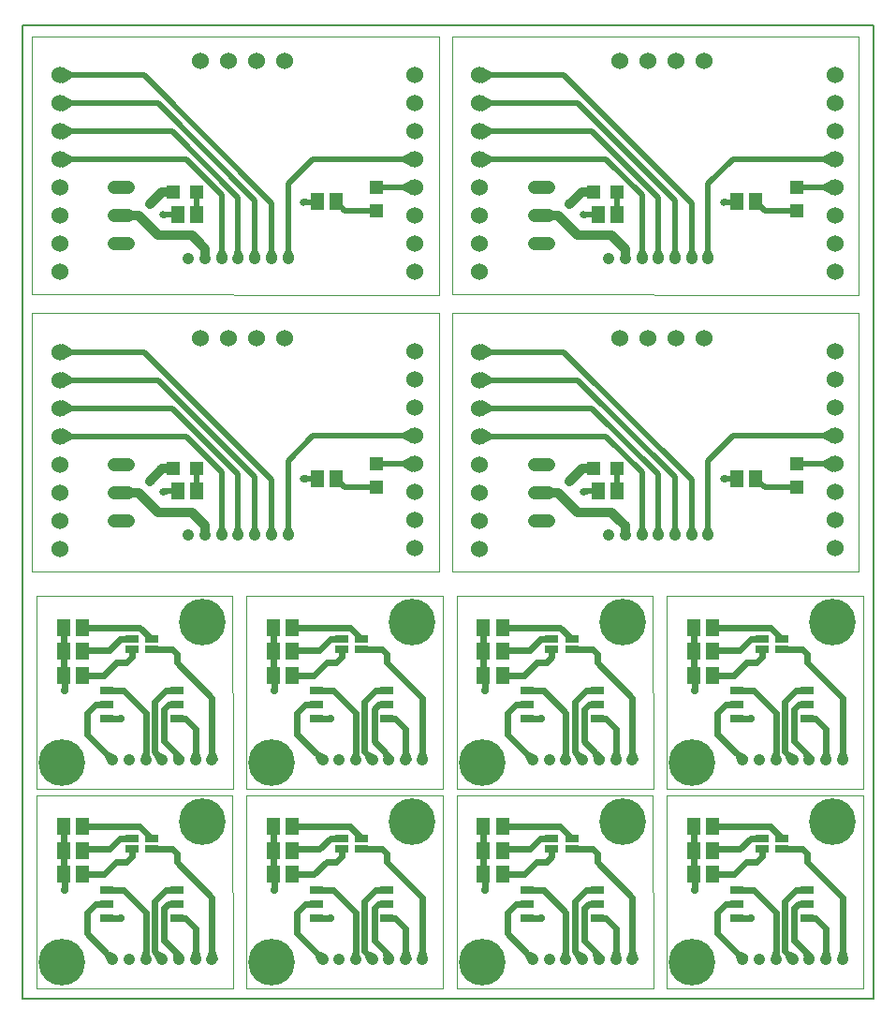
<source format=gtl>
G04 EAGLE Gerber X2 export*
%TF.Part,Single*%
%TF.FileFunction,Other,Top Layer*%
%TF.FilePolarity,Positive*%
%TF.GenerationSoftware,Autodesk,EAGLE,9.1.1*%
%TF.CreationDate,2018-08-10T14:22:37Z*%
G75*
%MOMM*%
%FSLAX34Y34*%
%LPD*%
%AMOC8*
5,1,8,0,0,1.08239X$1,22.5*%
G01*
%ADD10C,0.152400*%
%ADD11C,0.000000*%
%ADD12C,1.050000*%
%ADD13C,1.524000*%
%ADD14R,1.300000X1.500000*%
%ADD15R,1.200000X1.200000*%
%ADD16C,1.219200*%
%ADD17R,1.200000X0.650000*%
%ADD18R,1.270000X0.635000*%
%ADD19C,0.508000*%
%ADD20C,0.812800*%
%ADD21C,0.654800*%
%ADD22C,0.609600*%
%ADD23C,0.704800*%
%ADD24C,4.216000*%


D10*
X0Y100000D02*
X0Y980000D01*
X770000Y980000D01*
X770000Y100000D01*
X0Y100000D01*
D11*
X8908Y736480D02*
X376700Y736226D01*
X376700Y969654D01*
X8908Y969400D01*
X8908Y736480D01*
X388908Y736480D02*
X756700Y736226D01*
X756700Y969654D01*
X388908Y969400D01*
X388908Y736480D01*
X190700Y109500D02*
X12700Y109500D01*
X190700Y109500D02*
X190300Y284000D01*
X12700Y284000D01*
X12700Y109500D01*
X202700Y109500D02*
X380700Y109500D01*
X380300Y284000D01*
X202700Y284000D01*
X202700Y109500D01*
X392700Y109500D02*
X570700Y109500D01*
X570300Y284000D01*
X392700Y284000D01*
X392700Y109500D01*
X582700Y109500D02*
X760700Y109500D01*
X760300Y284000D01*
X582700Y284000D01*
X582700Y109500D01*
X190700Y289500D02*
X12700Y289500D01*
X190700Y289500D02*
X190300Y464000D01*
X12700Y464000D01*
X12700Y289500D01*
X202700Y289500D02*
X380700Y289500D01*
X380300Y464000D01*
X202700Y464000D01*
X202700Y289500D01*
X392700Y289500D02*
X570700Y289500D01*
X570300Y464000D01*
X392700Y464000D01*
X392700Y289500D01*
X582700Y289500D02*
X760700Y289500D01*
X760300Y464000D01*
X582700Y464000D01*
X582700Y289500D01*
X376700Y486226D02*
X8908Y486480D01*
X376700Y486226D02*
X376700Y719654D01*
X8908Y719400D01*
X8908Y486480D01*
X388908Y486480D02*
X756700Y486226D01*
X756700Y719654D01*
X388908Y719400D01*
X388908Y486480D01*
D12*
X150400Y769200D03*
X165400Y769200D03*
X180400Y769200D03*
X195400Y769200D03*
X210400Y769200D03*
X225400Y769200D03*
X240400Y769200D03*
D13*
X237000Y947300D03*
X211600Y947300D03*
X186200Y947300D03*
X160800Y947300D03*
X355110Y757054D03*
X355110Y782454D03*
X355110Y807854D03*
X355110Y833254D03*
X355110Y858654D03*
X355110Y884054D03*
X355110Y909454D03*
X355110Y934854D03*
X33800Y756800D03*
X33800Y782200D03*
X33800Y807600D03*
X33800Y833000D03*
X33800Y858400D03*
X33800Y883800D03*
X33800Y909200D03*
X33800Y934600D03*
D14*
X140616Y808616D03*
X157616Y808616D03*
D15*
X157584Y829444D03*
X136584Y829444D03*
D14*
X266600Y820300D03*
X283600Y820300D03*
D15*
X320058Y812086D03*
X320058Y833086D03*
D16*
X95776Y833000D02*
X83584Y833000D01*
X83584Y807600D02*
X95776Y807600D01*
X95776Y782200D02*
X83584Y782200D01*
D12*
X530400Y769200D03*
X545400Y769200D03*
X560400Y769200D03*
X575400Y769200D03*
X590400Y769200D03*
X605400Y769200D03*
X620400Y769200D03*
D13*
X617000Y947300D03*
X591600Y947300D03*
X566200Y947300D03*
X540800Y947300D03*
X735110Y757054D03*
X735110Y782454D03*
X735110Y807854D03*
X735110Y833254D03*
X735110Y858654D03*
X735110Y884054D03*
X735110Y909454D03*
X735110Y934854D03*
X413800Y756800D03*
X413800Y782200D03*
X413800Y807600D03*
X413800Y833000D03*
X413800Y858400D03*
X413800Y883800D03*
X413800Y909200D03*
X413800Y934600D03*
D14*
X520616Y808616D03*
X537616Y808616D03*
D15*
X537584Y829444D03*
X516584Y829444D03*
D14*
X646600Y820300D03*
X663600Y820300D03*
D15*
X700058Y812086D03*
X700058Y833086D03*
D16*
X475776Y833000D02*
X463584Y833000D01*
X463584Y807600D02*
X475776Y807600D01*
X475776Y782200D02*
X463584Y782200D01*
D12*
X171690Y135870D03*
X156690Y135870D03*
X141690Y135870D03*
X126690Y135870D03*
X111690Y135870D03*
X96690Y135870D03*
X81690Y135870D03*
D17*
X116950Y245060D03*
X98950Y245060D03*
X98950Y235560D03*
X116950Y235560D03*
D14*
X37220Y233960D03*
X54220Y233960D03*
X37220Y212370D03*
X54220Y212370D03*
X37220Y255550D03*
X54220Y255550D03*
D18*
X76200Y198400D03*
X76200Y185700D03*
X76200Y173000D03*
X139700Y173000D03*
X139700Y185700D03*
X139700Y198400D03*
D12*
X361690Y135870D03*
X346690Y135870D03*
X331690Y135870D03*
X316690Y135870D03*
X301690Y135870D03*
X286690Y135870D03*
X271690Y135870D03*
D17*
X306950Y245060D03*
X288950Y245060D03*
X288950Y235560D03*
X306950Y235560D03*
D14*
X227220Y233960D03*
X244220Y233960D03*
X227220Y212370D03*
X244220Y212370D03*
X227220Y255550D03*
X244220Y255550D03*
D18*
X266200Y198400D03*
X266200Y185700D03*
X266200Y173000D03*
X329700Y173000D03*
X329700Y185700D03*
X329700Y198400D03*
D12*
X551690Y135870D03*
X536690Y135870D03*
X521690Y135870D03*
X506690Y135870D03*
X491690Y135870D03*
X476690Y135870D03*
X461690Y135870D03*
D17*
X496950Y245060D03*
X478950Y245060D03*
X478950Y235560D03*
X496950Y235560D03*
D14*
X417220Y233960D03*
X434220Y233960D03*
X417220Y212370D03*
X434220Y212370D03*
X417220Y255550D03*
X434220Y255550D03*
D18*
X456200Y198400D03*
X456200Y185700D03*
X456200Y173000D03*
X519700Y173000D03*
X519700Y185700D03*
X519700Y198400D03*
D12*
X741690Y135870D03*
X726690Y135870D03*
X711690Y135870D03*
X696690Y135870D03*
X681690Y135870D03*
X666690Y135870D03*
X651690Y135870D03*
D17*
X686950Y245060D03*
X668950Y245060D03*
X668950Y235560D03*
X686950Y235560D03*
D14*
X607220Y233960D03*
X624220Y233960D03*
X607220Y212370D03*
X624220Y212370D03*
X607220Y255550D03*
X624220Y255550D03*
D18*
X646200Y198400D03*
X646200Y185700D03*
X646200Y173000D03*
X709700Y173000D03*
X709700Y185700D03*
X709700Y198400D03*
D12*
X171690Y315870D03*
X156690Y315870D03*
X141690Y315870D03*
X126690Y315870D03*
X111690Y315870D03*
X96690Y315870D03*
X81690Y315870D03*
D17*
X116950Y425060D03*
X98950Y425060D03*
X98950Y415560D03*
X116950Y415560D03*
D14*
X37220Y413960D03*
X54220Y413960D03*
X37220Y392370D03*
X54220Y392370D03*
X37220Y435550D03*
X54220Y435550D03*
D18*
X76200Y378400D03*
X76200Y365700D03*
X76200Y353000D03*
X139700Y353000D03*
X139700Y365700D03*
X139700Y378400D03*
D12*
X361690Y315870D03*
X346690Y315870D03*
X331690Y315870D03*
X316690Y315870D03*
X301690Y315870D03*
X286690Y315870D03*
X271690Y315870D03*
D17*
X306950Y425060D03*
X288950Y425060D03*
X288950Y415560D03*
X306950Y415560D03*
D14*
X227220Y413960D03*
X244220Y413960D03*
X227220Y392370D03*
X244220Y392370D03*
X227220Y435550D03*
X244220Y435550D03*
D18*
X266200Y378400D03*
X266200Y365700D03*
X266200Y353000D03*
X329700Y353000D03*
X329700Y365700D03*
X329700Y378400D03*
D12*
X551690Y315870D03*
X536690Y315870D03*
X521690Y315870D03*
X506690Y315870D03*
X491690Y315870D03*
X476690Y315870D03*
X461690Y315870D03*
D17*
X496950Y425060D03*
X478950Y425060D03*
X478950Y415560D03*
X496950Y415560D03*
D14*
X417220Y413960D03*
X434220Y413960D03*
X417220Y392370D03*
X434220Y392370D03*
X417220Y435550D03*
X434220Y435550D03*
D18*
X456200Y378400D03*
X456200Y365700D03*
X456200Y353000D03*
X519700Y353000D03*
X519700Y365700D03*
X519700Y378400D03*
D12*
X741690Y315870D03*
X726690Y315870D03*
X711690Y315870D03*
X696690Y315870D03*
X681690Y315870D03*
X666690Y315870D03*
X651690Y315870D03*
D17*
X686950Y425060D03*
X668950Y425060D03*
X668950Y415560D03*
X686950Y415560D03*
D14*
X607220Y413960D03*
X624220Y413960D03*
X607220Y392370D03*
X624220Y392370D03*
X607220Y435550D03*
X624220Y435550D03*
D18*
X646200Y378400D03*
X646200Y365700D03*
X646200Y353000D03*
X709700Y353000D03*
X709700Y365700D03*
X709700Y378400D03*
D12*
X150400Y519200D03*
X165400Y519200D03*
X180400Y519200D03*
X195400Y519200D03*
X210400Y519200D03*
X225400Y519200D03*
X240400Y519200D03*
D13*
X237000Y697300D03*
X211600Y697300D03*
X186200Y697300D03*
X160800Y697300D03*
X355110Y507054D03*
X355110Y532454D03*
X355110Y557854D03*
X355110Y583254D03*
X355110Y608654D03*
X355110Y634054D03*
X355110Y659454D03*
X355110Y684854D03*
X33800Y506800D03*
X33800Y532200D03*
X33800Y557600D03*
X33800Y583000D03*
X33800Y608400D03*
X33800Y633800D03*
X33800Y659200D03*
X33800Y684600D03*
D14*
X140616Y558616D03*
X157616Y558616D03*
D15*
X157584Y579444D03*
X136584Y579444D03*
D14*
X266600Y570300D03*
X283600Y570300D03*
D15*
X320058Y562086D03*
X320058Y583086D03*
D16*
X95776Y583000D02*
X83584Y583000D01*
X83584Y557600D02*
X95776Y557600D01*
X95776Y532200D02*
X83584Y532200D01*
D12*
X530400Y519200D03*
X545400Y519200D03*
X560400Y519200D03*
X575400Y519200D03*
X590400Y519200D03*
X605400Y519200D03*
X620400Y519200D03*
D13*
X617000Y697300D03*
X591600Y697300D03*
X566200Y697300D03*
X540800Y697300D03*
X735110Y507054D03*
X735110Y532454D03*
X735110Y557854D03*
X735110Y583254D03*
X735110Y608654D03*
X735110Y634054D03*
X735110Y659454D03*
X735110Y684854D03*
X413800Y506800D03*
X413800Y532200D03*
X413800Y557600D03*
X413800Y583000D03*
X413800Y608400D03*
X413800Y633800D03*
X413800Y659200D03*
X413800Y684600D03*
D14*
X520616Y558616D03*
X537616Y558616D03*
D15*
X537584Y579444D03*
X516584Y579444D03*
D14*
X646600Y570300D03*
X663600Y570300D03*
D15*
X700058Y562086D03*
X700058Y583086D03*
D16*
X475776Y583000D02*
X463584Y583000D01*
X463584Y557600D02*
X475776Y557600D01*
X475776Y532200D02*
X463584Y532200D01*
D19*
X43960Y934600D02*
X33800Y934600D01*
X43960Y934600D02*
X110000Y934600D01*
X225400Y819200D02*
X225400Y776200D01*
X225400Y769200D01*
X225400Y819200D02*
X110000Y934600D01*
X225400Y776200D02*
X222901Y770249D01*
X225400Y769200D01*
X227899Y770249D02*
X225400Y776200D01*
X227899Y770249D02*
X225400Y769200D01*
X43960Y934600D02*
X36340Y938999D01*
X33800Y934600D01*
X36340Y930201D02*
X43960Y934600D01*
X36340Y930201D02*
X33800Y934600D01*
X210400Y776200D02*
X210400Y769200D01*
X210400Y776200D02*
X210400Y821500D01*
X122700Y909200D01*
X43960Y909200D01*
X33800Y909200D01*
X210400Y776200D02*
X207901Y770249D01*
X210400Y769200D01*
X212899Y770249D02*
X210400Y776200D01*
X212899Y770249D02*
X210400Y769200D01*
X43960Y909200D02*
X36340Y913599D01*
X33800Y909200D01*
X36340Y904801D02*
X43960Y909200D01*
X36340Y904801D02*
X33800Y909200D01*
X195400Y823800D02*
X195400Y776200D01*
X195400Y769200D01*
X43960Y883800D02*
X33800Y883800D01*
X43960Y883800D02*
X135400Y883800D01*
X195400Y823800D01*
X195400Y776200D02*
X192901Y770249D01*
X195400Y769200D01*
X197899Y770249D02*
X195400Y776200D01*
X197899Y770249D02*
X195400Y769200D01*
X43960Y883800D02*
X36340Y888199D01*
X33800Y883800D01*
X36340Y879401D02*
X43960Y883800D01*
X36340Y879401D02*
X33800Y883800D01*
X240400Y836400D02*
X240400Y776200D01*
X240400Y769200D01*
X344950Y858654D02*
X355110Y858654D01*
X344950Y858654D02*
X262654Y858654D01*
X240400Y836400D01*
X240400Y776200D02*
X237901Y770249D01*
X240400Y769200D01*
X242899Y770249D02*
X240400Y776200D01*
X242899Y770249D02*
X240400Y769200D01*
X344950Y858654D02*
X352570Y854255D01*
X355110Y858654D01*
X352570Y863053D02*
X344950Y858654D01*
X352570Y863053D02*
X355110Y858654D01*
D20*
X136584Y829444D02*
X126764Y829444D01*
X115080Y817760D01*
D21*
X115080Y817760D03*
D19*
X266346Y820046D02*
X266377Y820048D01*
X266407Y820053D01*
X266436Y820063D01*
X266464Y820075D01*
X266490Y820091D01*
X266514Y820110D01*
X266536Y820132D01*
X266555Y820156D01*
X266571Y820182D01*
X266583Y820210D01*
X266593Y820239D01*
X266598Y820269D01*
X266600Y820300D01*
X266346Y820046D02*
X259776Y820046D01*
D21*
X254526Y820046D03*
D19*
X259776Y820046D01*
X140616Y808616D02*
X132262Y808616D01*
X129812Y808616D01*
X127018Y808362D01*
D21*
X127018Y808362D03*
D19*
X254629Y820773D02*
X259776Y820046D01*
X254629Y820773D02*
X254526Y820046D01*
X254629Y819319D02*
X259776Y820046D01*
X254629Y819319D02*
X254526Y820046D01*
X132262Y808616D02*
X127085Y809093D01*
X127018Y808362D01*
X127156Y807641D02*
X132262Y808616D01*
X127156Y807641D02*
X127018Y808362D01*
X320058Y833086D02*
X344951Y833086D01*
X354942Y833086D01*
D22*
X355110Y833254D01*
D19*
X352643Y828813D02*
X344951Y833086D01*
X352643Y828813D02*
X355110Y833254D01*
X352498Y837611D02*
X344951Y833086D01*
X352498Y837611D02*
X355110Y833254D01*
X43960Y858400D02*
X33800Y858400D01*
X43960Y858400D02*
X148100Y858400D01*
X180400Y826100D01*
X180400Y776200D01*
X180400Y769200D01*
X43960Y858400D02*
X36340Y862799D01*
X33800Y858400D01*
X36340Y854001D02*
X43960Y858400D01*
X36340Y854001D02*
X33800Y858400D01*
X180400Y776200D02*
X177901Y770249D01*
X180400Y769200D01*
X182899Y770249D02*
X180400Y776200D01*
X182899Y770249D02*
X180400Y769200D01*
D20*
X165400Y769200D02*
X165400Y777600D01*
X160800Y782200D01*
X153180Y789820D01*
X122700Y789820D01*
X104920Y807600D01*
X89680Y807600D01*
D19*
X157584Y829444D02*
X157616Y829412D01*
X157616Y808616D01*
X283600Y820300D02*
X291814Y812086D01*
X320058Y812086D01*
X413800Y934600D02*
X423960Y934600D01*
X490000Y934600D01*
X605400Y819200D02*
X605400Y776200D01*
X605400Y769200D01*
X605400Y819200D02*
X490000Y934600D01*
X605400Y776200D02*
X602901Y770249D01*
X605400Y769200D01*
X607899Y770249D02*
X605400Y776200D01*
X607899Y770249D02*
X605400Y769200D01*
X423960Y934600D02*
X416340Y938999D01*
X413800Y934600D01*
X416340Y930201D02*
X423960Y934600D01*
X416340Y930201D02*
X413800Y934600D01*
X590400Y776200D02*
X590400Y769200D01*
X590400Y776200D02*
X590400Y821500D01*
X502700Y909200D01*
X423960Y909200D01*
X413800Y909200D01*
X590400Y776200D02*
X587901Y770249D01*
X590400Y769200D01*
X592899Y770249D02*
X590400Y776200D01*
X592899Y770249D02*
X590400Y769200D01*
X423960Y909200D02*
X416340Y913599D01*
X413800Y909200D01*
X416340Y904801D02*
X423960Y909200D01*
X416340Y904801D02*
X413800Y909200D01*
X575400Y823800D02*
X575400Y776200D01*
X575400Y769200D01*
X423960Y883800D02*
X413800Y883800D01*
X423960Y883800D02*
X515400Y883800D01*
X575400Y823800D01*
X575400Y776200D02*
X572901Y770249D01*
X575400Y769200D01*
X577899Y770249D02*
X575400Y776200D01*
X577899Y770249D02*
X575400Y769200D01*
X423960Y883800D02*
X416340Y888199D01*
X413800Y883800D01*
X416340Y879401D02*
X423960Y883800D01*
X416340Y879401D02*
X413800Y883800D01*
X620400Y836400D02*
X620400Y776200D01*
X620400Y769200D01*
X724950Y858654D02*
X735110Y858654D01*
X724950Y858654D02*
X642654Y858654D01*
X620400Y836400D01*
X620400Y776200D02*
X617901Y770249D01*
X620400Y769200D01*
X622899Y770249D02*
X620400Y776200D01*
X622899Y770249D02*
X620400Y769200D01*
X724950Y858654D02*
X732570Y854255D01*
X735110Y858654D01*
X732570Y863053D02*
X724950Y858654D01*
X732570Y863053D02*
X735110Y858654D01*
D20*
X516584Y829444D02*
X506764Y829444D01*
X495080Y817760D01*
D21*
X495080Y817760D03*
D19*
X646346Y820046D02*
X646377Y820048D01*
X646407Y820053D01*
X646436Y820063D01*
X646464Y820075D01*
X646490Y820091D01*
X646514Y820110D01*
X646536Y820132D01*
X646555Y820156D01*
X646571Y820182D01*
X646583Y820210D01*
X646593Y820239D01*
X646598Y820269D01*
X646600Y820300D01*
X646346Y820046D02*
X639776Y820046D01*
D21*
X634526Y820046D03*
D19*
X639776Y820046D01*
X520616Y808616D02*
X512262Y808616D01*
X509812Y808616D01*
X507018Y808362D01*
D21*
X507018Y808362D03*
D19*
X634629Y820773D02*
X639776Y820046D01*
X634629Y820773D02*
X634526Y820046D01*
X634629Y819319D02*
X639776Y820046D01*
X634629Y819319D02*
X634526Y820046D01*
X512262Y808616D02*
X507085Y809093D01*
X507018Y808362D01*
X507156Y807641D02*
X512262Y808616D01*
X507156Y807641D02*
X507018Y808362D01*
X700058Y833086D02*
X724951Y833086D01*
X734942Y833086D01*
D22*
X735110Y833254D01*
D19*
X732643Y828813D02*
X724951Y833086D01*
X732643Y828813D02*
X735110Y833254D01*
X732498Y837611D02*
X724951Y833086D01*
X732498Y837611D02*
X735110Y833254D01*
X423960Y858400D02*
X413800Y858400D01*
X423960Y858400D02*
X528100Y858400D01*
X560400Y826100D01*
X560400Y776200D01*
X560400Y769200D01*
X423960Y858400D02*
X416340Y862799D01*
X413800Y858400D01*
X416340Y854001D02*
X423960Y858400D01*
X416340Y854001D02*
X413800Y858400D01*
X560400Y776200D02*
X557901Y770249D01*
X560400Y769200D01*
X562899Y770249D02*
X560400Y776200D01*
X562899Y770249D02*
X560400Y769200D01*
D20*
X545400Y769200D02*
X545400Y777600D01*
X540800Y782200D01*
X533180Y789820D01*
X502700Y789820D01*
X484920Y807600D01*
X469680Y807600D01*
D19*
X537584Y829444D02*
X537616Y829412D01*
X537616Y808616D01*
X663600Y820300D02*
X671814Y812086D01*
X700058Y812086D01*
D22*
X147320Y173000D02*
X139700Y173000D01*
X156690Y163630D02*
X156690Y142870D01*
X156690Y135870D01*
X156690Y163630D02*
X147320Y173000D01*
X156690Y142870D02*
X154600Y136563D01*
X156690Y135870D01*
X158780Y136563D02*
X156690Y142870D01*
X158780Y136563D02*
X156690Y135870D01*
X139700Y185700D02*
X132080Y185700D01*
X128270Y181890D01*
X128270Y152680D01*
X138735Y142216D01*
X141690Y139260D01*
X141690Y135870D01*
X139503Y135615D02*
X138735Y142216D01*
X139503Y135615D02*
X141690Y135870D01*
X143292Y137380D02*
X138735Y142216D01*
X143292Y137380D02*
X141690Y135870D01*
X126690Y135870D02*
X121740Y140820D01*
X119380Y143180D01*
X119380Y188240D01*
X129540Y198400D01*
X139700Y198400D01*
X121740Y140820D02*
X124722Y134882D01*
X126690Y135870D01*
X127678Y137838D02*
X121740Y140820D01*
X127678Y137838D02*
X126690Y135870D01*
X91440Y198400D02*
X76200Y198400D01*
X111690Y178150D02*
X111690Y142870D01*
X111690Y135870D01*
X111690Y178150D02*
X91440Y198400D01*
X111690Y142870D02*
X109600Y136563D01*
X111690Y135870D01*
X171690Y135870D02*
X171690Y142870D01*
X171690Y191810D01*
X139700Y223800D02*
X139700Y231420D01*
X135560Y235560D01*
X116950Y235560D01*
X139700Y223800D02*
X171690Y191810D01*
X171690Y142870D02*
X169600Y136563D01*
X171690Y135870D01*
X173780Y136563D02*
X171690Y142870D01*
X173780Y136563D02*
X171690Y135870D01*
X81690Y135870D02*
X76740Y140820D01*
X58420Y159140D01*
X66040Y185700D02*
X76200Y185700D01*
X58420Y178080D02*
X58420Y159140D01*
X58420Y178080D02*
X66040Y185700D01*
X76740Y140820D02*
X79722Y134882D01*
X81690Y135870D01*
X82678Y137838D02*
X76740Y140820D01*
X82678Y137838D02*
X81690Y135870D01*
X76200Y173000D02*
X88900Y173000D01*
D23*
X88900Y173000D03*
D22*
X37220Y212370D02*
X37220Y233960D01*
X37220Y255550D01*
X37220Y212370D02*
X38100Y211490D01*
X38100Y198400D01*
D23*
X38100Y198400D03*
D22*
X88570Y245060D02*
X98950Y245060D01*
X88570Y245060D02*
X78740Y235230D01*
X55490Y235230D01*
X54220Y233960D01*
X54220Y212370D02*
X73660Y212370D01*
X85090Y223800D02*
X93980Y223800D01*
X98950Y228770D01*
X98950Y235560D01*
X85090Y223800D02*
X73660Y212370D01*
X106460Y255550D02*
X116950Y245060D01*
X106460Y255550D02*
X54220Y255550D01*
D24*
X35806Y133366D03*
X162806Y260366D03*
D22*
X329700Y173000D02*
X337320Y173000D01*
X346690Y163630D02*
X346690Y142870D01*
X346690Y135870D01*
X346690Y163630D02*
X337320Y173000D01*
X346690Y142870D02*
X344600Y136563D01*
X346690Y135870D01*
X348780Y136563D02*
X346690Y142870D01*
X348780Y136563D02*
X346690Y135870D01*
X329700Y185700D02*
X322080Y185700D01*
X318270Y181890D01*
X318270Y152680D01*
X328735Y142216D01*
X331690Y139260D01*
X331690Y135870D01*
X329503Y135615D02*
X328735Y142216D01*
X329503Y135615D02*
X331690Y135870D01*
X333292Y137380D02*
X328735Y142216D01*
X333292Y137380D02*
X331690Y135870D01*
X316690Y135870D02*
X311740Y140820D01*
X309380Y143180D01*
X309380Y188240D01*
X319540Y198400D01*
X329700Y198400D01*
X311740Y140820D02*
X314722Y134882D01*
X316690Y135870D01*
X317678Y137838D02*
X311740Y140820D01*
X317678Y137838D02*
X316690Y135870D01*
X281440Y198400D02*
X266200Y198400D01*
X301690Y178150D02*
X301690Y142870D01*
X301690Y135870D01*
X301690Y178150D02*
X281440Y198400D01*
X301690Y142870D02*
X299600Y136563D01*
X301690Y135870D01*
X361690Y135870D02*
X361690Y142870D01*
X361690Y191810D01*
X329700Y223800D02*
X329700Y231420D01*
X325560Y235560D01*
X306950Y235560D01*
X329700Y223800D02*
X361690Y191810D01*
X361690Y142870D02*
X359600Y136563D01*
X361690Y135870D01*
X363780Y136563D02*
X361690Y142870D01*
X363780Y136563D02*
X361690Y135870D01*
X271690Y135870D02*
X266740Y140820D01*
X248420Y159140D01*
X256040Y185700D02*
X266200Y185700D01*
X248420Y178080D02*
X248420Y159140D01*
X248420Y178080D02*
X256040Y185700D01*
X266740Y140820D02*
X269722Y134882D01*
X271690Y135870D01*
X272678Y137838D02*
X266740Y140820D01*
X272678Y137838D02*
X271690Y135870D01*
X266200Y173000D02*
X278900Y173000D01*
D23*
X278900Y173000D03*
D22*
X227220Y212370D02*
X227220Y233960D01*
X227220Y255550D01*
X227220Y212370D02*
X228100Y211490D01*
X228100Y198400D01*
D23*
X228100Y198400D03*
D22*
X278570Y245060D02*
X288950Y245060D01*
X278570Y245060D02*
X268740Y235230D01*
X245490Y235230D01*
X244220Y233960D01*
X244220Y212370D02*
X263660Y212370D01*
X275090Y223800D02*
X283980Y223800D01*
X288950Y228770D01*
X288950Y235560D01*
X275090Y223800D02*
X263660Y212370D01*
X296460Y255550D02*
X306950Y245060D01*
X296460Y255550D02*
X244220Y255550D01*
D24*
X225806Y133366D03*
X352806Y260366D03*
D22*
X519700Y173000D02*
X527320Y173000D01*
X536690Y163630D02*
X536690Y142870D01*
X536690Y135870D01*
X536690Y163630D02*
X527320Y173000D01*
X536690Y142870D02*
X534600Y136563D01*
X536690Y135870D01*
X538780Y136563D02*
X536690Y142870D01*
X538780Y136563D02*
X536690Y135870D01*
X519700Y185700D02*
X512080Y185700D01*
X508270Y181890D01*
X508270Y152680D01*
X518735Y142216D01*
X521690Y139260D01*
X521690Y135870D01*
X519503Y135615D02*
X518735Y142216D01*
X519503Y135615D02*
X521690Y135870D01*
X523292Y137380D02*
X518735Y142216D01*
X523292Y137380D02*
X521690Y135870D01*
X506690Y135870D02*
X501740Y140820D01*
X499380Y143180D01*
X499380Y188240D01*
X509540Y198400D01*
X519700Y198400D01*
X501740Y140820D02*
X504722Y134882D01*
X506690Y135870D01*
X507678Y137838D02*
X501740Y140820D01*
X507678Y137838D02*
X506690Y135870D01*
X471440Y198400D02*
X456200Y198400D01*
X491690Y178150D02*
X491690Y142870D01*
X491690Y135870D01*
X491690Y178150D02*
X471440Y198400D01*
X491690Y142870D02*
X489600Y136563D01*
X491690Y135870D01*
X551690Y135870D02*
X551690Y142870D01*
X551690Y191810D01*
X519700Y223800D02*
X519700Y231420D01*
X515560Y235560D01*
X496950Y235560D01*
X519700Y223800D02*
X551690Y191810D01*
X551690Y142870D02*
X549600Y136563D01*
X551690Y135870D01*
X553780Y136563D02*
X551690Y142870D01*
X553780Y136563D02*
X551690Y135870D01*
X461690Y135870D02*
X456740Y140820D01*
X438420Y159140D01*
X446040Y185700D02*
X456200Y185700D01*
X438420Y178080D02*
X438420Y159140D01*
X438420Y178080D02*
X446040Y185700D01*
X456740Y140820D02*
X459722Y134882D01*
X461690Y135870D01*
X462678Y137838D02*
X456740Y140820D01*
X462678Y137838D02*
X461690Y135870D01*
X456200Y173000D02*
X468900Y173000D01*
D23*
X468900Y173000D03*
D22*
X417220Y212370D02*
X417220Y233960D01*
X417220Y255550D01*
X417220Y212370D02*
X418100Y211490D01*
X418100Y198400D01*
D23*
X418100Y198400D03*
D22*
X468570Y245060D02*
X478950Y245060D01*
X468570Y245060D02*
X458740Y235230D01*
X435490Y235230D01*
X434220Y233960D01*
X434220Y212370D02*
X453660Y212370D01*
X465090Y223800D02*
X473980Y223800D01*
X478950Y228770D01*
X478950Y235560D01*
X465090Y223800D02*
X453660Y212370D01*
X486460Y255550D02*
X496950Y245060D01*
X486460Y255550D02*
X434220Y255550D01*
D24*
X415806Y133366D03*
X542806Y260366D03*
D22*
X709700Y173000D02*
X717320Y173000D01*
X726690Y163630D02*
X726690Y142870D01*
X726690Y135870D01*
X726690Y163630D02*
X717320Y173000D01*
X726690Y142870D02*
X724600Y136563D01*
X726690Y135870D01*
X728780Y136563D02*
X726690Y142870D01*
X728780Y136563D02*
X726690Y135870D01*
X709700Y185700D02*
X702080Y185700D01*
X698270Y181890D01*
X698270Y152680D01*
X708735Y142216D01*
X711690Y139260D01*
X711690Y135870D01*
X709503Y135615D02*
X708735Y142216D01*
X709503Y135615D02*
X711690Y135870D01*
X713292Y137380D02*
X708735Y142216D01*
X713292Y137380D02*
X711690Y135870D01*
X696690Y135870D02*
X691740Y140820D01*
X689380Y143180D01*
X689380Y188240D01*
X699540Y198400D01*
X709700Y198400D01*
X691740Y140820D02*
X694722Y134882D01*
X696690Y135870D01*
X697678Y137838D02*
X691740Y140820D01*
X697678Y137838D02*
X696690Y135870D01*
X661440Y198400D02*
X646200Y198400D01*
X681690Y178150D02*
X681690Y142870D01*
X681690Y135870D01*
X681690Y178150D02*
X661440Y198400D01*
X681690Y142870D02*
X679600Y136563D01*
X681690Y135870D01*
X741690Y135870D02*
X741690Y142870D01*
X741690Y191810D01*
X709700Y223800D02*
X709700Y231420D01*
X705560Y235560D01*
X686950Y235560D01*
X709700Y223800D02*
X741690Y191810D01*
X741690Y142870D02*
X739600Y136563D01*
X741690Y135870D01*
X743780Y136563D02*
X741690Y142870D01*
X743780Y136563D02*
X741690Y135870D01*
X651690Y135870D02*
X646740Y140820D01*
X628420Y159140D01*
X636040Y185700D02*
X646200Y185700D01*
X628420Y178080D02*
X628420Y159140D01*
X628420Y178080D02*
X636040Y185700D01*
X646740Y140820D02*
X649722Y134882D01*
X651690Y135870D01*
X652678Y137838D02*
X646740Y140820D01*
X652678Y137838D02*
X651690Y135870D01*
X646200Y173000D02*
X658900Y173000D01*
D23*
X658900Y173000D03*
D22*
X607220Y212370D02*
X607220Y233960D01*
X607220Y255550D01*
X607220Y212370D02*
X608100Y211490D01*
X608100Y198400D01*
D23*
X608100Y198400D03*
D22*
X658570Y245060D02*
X668950Y245060D01*
X658570Y245060D02*
X648740Y235230D01*
X625490Y235230D01*
X624220Y233960D01*
X624220Y212370D02*
X643660Y212370D01*
X655090Y223800D02*
X663980Y223800D01*
X668950Y228770D01*
X668950Y235560D01*
X655090Y223800D02*
X643660Y212370D01*
X676460Y255550D02*
X686950Y245060D01*
X676460Y255550D02*
X624220Y255550D01*
D24*
X605806Y133366D03*
X732806Y260366D03*
D22*
X147320Y353000D02*
X139700Y353000D01*
X156690Y343630D02*
X156690Y322870D01*
X156690Y315870D01*
X156690Y343630D02*
X147320Y353000D01*
X156690Y322870D02*
X154600Y316563D01*
X156690Y315870D01*
X158780Y316563D02*
X156690Y322870D01*
X158780Y316563D02*
X156690Y315870D01*
X139700Y365700D02*
X132080Y365700D01*
X128270Y361890D01*
X128270Y332680D01*
X138735Y322216D01*
X141690Y319260D01*
X141690Y315870D01*
X139503Y315615D02*
X138735Y322216D01*
X139503Y315615D02*
X141690Y315870D01*
X143292Y317380D02*
X138735Y322216D01*
X143292Y317380D02*
X141690Y315870D01*
X126690Y315870D02*
X121740Y320820D01*
X119380Y323180D01*
X119380Y368240D01*
X129540Y378400D01*
X139700Y378400D01*
X121740Y320820D02*
X124722Y314882D01*
X126690Y315870D01*
X127678Y317838D02*
X121740Y320820D01*
X127678Y317838D02*
X126690Y315870D01*
X91440Y378400D02*
X76200Y378400D01*
X111690Y358150D02*
X111690Y322870D01*
X111690Y315870D01*
X111690Y358150D02*
X91440Y378400D01*
X111690Y322870D02*
X109600Y316563D01*
X111690Y315870D01*
X171690Y315870D02*
X171690Y322870D01*
X171690Y371810D01*
X139700Y403800D02*
X139700Y411420D01*
X135560Y415560D01*
X116950Y415560D01*
X139700Y403800D02*
X171690Y371810D01*
X171690Y322870D02*
X169600Y316563D01*
X171690Y315870D01*
X173780Y316563D02*
X171690Y322870D01*
X173780Y316563D02*
X171690Y315870D01*
X81690Y315870D02*
X76740Y320820D01*
X58420Y339140D01*
X66040Y365700D02*
X76200Y365700D01*
X58420Y358080D02*
X58420Y339140D01*
X58420Y358080D02*
X66040Y365700D01*
X76740Y320820D02*
X79722Y314882D01*
X81690Y315870D01*
X82678Y317838D02*
X76740Y320820D01*
X82678Y317838D02*
X81690Y315870D01*
X76200Y353000D02*
X88900Y353000D01*
D23*
X88900Y353000D03*
D22*
X37220Y392370D02*
X37220Y413960D01*
X37220Y435550D01*
X37220Y392370D02*
X38100Y391490D01*
X38100Y378400D01*
D23*
X38100Y378400D03*
D22*
X88570Y425060D02*
X98950Y425060D01*
X88570Y425060D02*
X78740Y415230D01*
X55490Y415230D01*
X54220Y413960D01*
X54220Y392370D02*
X73660Y392370D01*
X85090Y403800D02*
X93980Y403800D01*
X98950Y408770D01*
X98950Y415560D01*
X85090Y403800D02*
X73660Y392370D01*
X106460Y435550D02*
X116950Y425060D01*
X106460Y435550D02*
X54220Y435550D01*
D24*
X35806Y313366D03*
X162806Y440366D03*
D22*
X329700Y353000D02*
X337320Y353000D01*
X346690Y343630D02*
X346690Y322870D01*
X346690Y315870D01*
X346690Y343630D02*
X337320Y353000D01*
X346690Y322870D02*
X344600Y316563D01*
X346690Y315870D01*
X348780Y316563D02*
X346690Y322870D01*
X348780Y316563D02*
X346690Y315870D01*
X329700Y365700D02*
X322080Y365700D01*
X318270Y361890D01*
X318270Y332680D01*
X328735Y322216D01*
X331690Y319260D01*
X331690Y315870D01*
X329503Y315615D02*
X328735Y322216D01*
X329503Y315615D02*
X331690Y315870D01*
X333292Y317380D02*
X328735Y322216D01*
X333292Y317380D02*
X331690Y315870D01*
X316690Y315870D02*
X311740Y320820D01*
X309380Y323180D01*
X309380Y368240D01*
X319540Y378400D01*
X329700Y378400D01*
X311740Y320820D02*
X314722Y314882D01*
X316690Y315870D01*
X317678Y317838D02*
X311740Y320820D01*
X317678Y317838D02*
X316690Y315870D01*
X281440Y378400D02*
X266200Y378400D01*
X301690Y358150D02*
X301690Y322870D01*
X301690Y315870D01*
X301690Y358150D02*
X281440Y378400D01*
X301690Y322870D02*
X299600Y316563D01*
X301690Y315870D01*
X361690Y315870D02*
X361690Y322870D01*
X361690Y371810D01*
X329700Y403800D02*
X329700Y411420D01*
X325560Y415560D01*
X306950Y415560D01*
X329700Y403800D02*
X361690Y371810D01*
X361690Y322870D02*
X359600Y316563D01*
X361690Y315870D01*
X363780Y316563D02*
X361690Y322870D01*
X363780Y316563D02*
X361690Y315870D01*
X271690Y315870D02*
X266740Y320820D01*
X248420Y339140D01*
X256040Y365700D02*
X266200Y365700D01*
X248420Y358080D02*
X248420Y339140D01*
X248420Y358080D02*
X256040Y365700D01*
X266740Y320820D02*
X269722Y314882D01*
X271690Y315870D01*
X272678Y317838D02*
X266740Y320820D01*
X272678Y317838D02*
X271690Y315870D01*
X266200Y353000D02*
X278900Y353000D01*
D23*
X278900Y353000D03*
D22*
X227220Y392370D02*
X227220Y413960D01*
X227220Y435550D01*
X227220Y392370D02*
X228100Y391490D01*
X228100Y378400D01*
D23*
X228100Y378400D03*
D22*
X278570Y425060D02*
X288950Y425060D01*
X278570Y425060D02*
X268740Y415230D01*
X245490Y415230D01*
X244220Y413960D01*
X244220Y392370D02*
X263660Y392370D01*
X275090Y403800D02*
X283980Y403800D01*
X288950Y408770D01*
X288950Y415560D01*
X275090Y403800D02*
X263660Y392370D01*
X296460Y435550D02*
X306950Y425060D01*
X296460Y435550D02*
X244220Y435550D01*
D24*
X225806Y313366D03*
X352806Y440366D03*
D22*
X519700Y353000D02*
X527320Y353000D01*
X536690Y343630D02*
X536690Y322870D01*
X536690Y315870D01*
X536690Y343630D02*
X527320Y353000D01*
X536690Y322870D02*
X534600Y316563D01*
X536690Y315870D01*
X538780Y316563D02*
X536690Y322870D01*
X538780Y316563D02*
X536690Y315870D01*
X519700Y365700D02*
X512080Y365700D01*
X508270Y361890D01*
X508270Y332680D01*
X518735Y322216D01*
X521690Y319260D01*
X521690Y315870D01*
X519503Y315615D02*
X518735Y322216D01*
X519503Y315615D02*
X521690Y315870D01*
X523292Y317380D02*
X518735Y322216D01*
X523292Y317380D02*
X521690Y315870D01*
X506690Y315870D02*
X501740Y320820D01*
X499380Y323180D01*
X499380Y368240D01*
X509540Y378400D01*
X519700Y378400D01*
X501740Y320820D02*
X504722Y314882D01*
X506690Y315870D01*
X507678Y317838D02*
X501740Y320820D01*
X507678Y317838D02*
X506690Y315870D01*
X471440Y378400D02*
X456200Y378400D01*
X491690Y358150D02*
X491690Y322870D01*
X491690Y315870D01*
X491690Y358150D02*
X471440Y378400D01*
X491690Y322870D02*
X489600Y316563D01*
X491690Y315870D01*
X551690Y315870D02*
X551690Y322870D01*
X551690Y371810D01*
X519700Y403800D02*
X519700Y411420D01*
X515560Y415560D01*
X496950Y415560D01*
X519700Y403800D02*
X551690Y371810D01*
X551690Y322870D02*
X549600Y316563D01*
X551690Y315870D01*
X553780Y316563D02*
X551690Y322870D01*
X553780Y316563D02*
X551690Y315870D01*
X461690Y315870D02*
X456740Y320820D01*
X438420Y339140D01*
X446040Y365700D02*
X456200Y365700D01*
X438420Y358080D02*
X438420Y339140D01*
X438420Y358080D02*
X446040Y365700D01*
X456740Y320820D02*
X459722Y314882D01*
X461690Y315870D01*
X462678Y317838D02*
X456740Y320820D01*
X462678Y317838D02*
X461690Y315870D01*
X456200Y353000D02*
X468900Y353000D01*
D23*
X468900Y353000D03*
D22*
X417220Y392370D02*
X417220Y413960D01*
X417220Y435550D01*
X417220Y392370D02*
X418100Y391490D01*
X418100Y378400D01*
D23*
X418100Y378400D03*
D22*
X468570Y425060D02*
X478950Y425060D01*
X468570Y425060D02*
X458740Y415230D01*
X435490Y415230D01*
X434220Y413960D01*
X434220Y392370D02*
X453660Y392370D01*
X465090Y403800D02*
X473980Y403800D01*
X478950Y408770D01*
X478950Y415560D01*
X465090Y403800D02*
X453660Y392370D01*
X486460Y435550D02*
X496950Y425060D01*
X486460Y435550D02*
X434220Y435550D01*
D24*
X415806Y313366D03*
X542806Y440366D03*
D22*
X709700Y353000D02*
X717320Y353000D01*
X726690Y343630D02*
X726690Y322870D01*
X726690Y315870D01*
X726690Y343630D02*
X717320Y353000D01*
X726690Y322870D02*
X724600Y316563D01*
X726690Y315870D01*
X728780Y316563D02*
X726690Y322870D01*
X728780Y316563D02*
X726690Y315870D01*
X709700Y365700D02*
X702080Y365700D01*
X698270Y361890D01*
X698270Y332680D01*
X708735Y322216D01*
X711690Y319260D01*
X711690Y315870D01*
X709503Y315615D02*
X708735Y322216D01*
X709503Y315615D02*
X711690Y315870D01*
X713292Y317380D02*
X708735Y322216D01*
X713292Y317380D02*
X711690Y315870D01*
X696690Y315870D02*
X691740Y320820D01*
X689380Y323180D01*
X689380Y368240D01*
X699540Y378400D01*
X709700Y378400D01*
X691740Y320820D02*
X694722Y314882D01*
X696690Y315870D01*
X697678Y317838D02*
X691740Y320820D01*
X697678Y317838D02*
X696690Y315870D01*
X661440Y378400D02*
X646200Y378400D01*
X681690Y358150D02*
X681690Y322870D01*
X681690Y315870D01*
X681690Y358150D02*
X661440Y378400D01*
X681690Y322870D02*
X679600Y316563D01*
X681690Y315870D01*
X741690Y315870D02*
X741690Y322870D01*
X741690Y371810D01*
X709700Y403800D02*
X709700Y411420D01*
X705560Y415560D01*
X686950Y415560D01*
X709700Y403800D02*
X741690Y371810D01*
X741690Y322870D02*
X739600Y316563D01*
X741690Y315870D01*
X743780Y316563D02*
X741690Y322870D01*
X743780Y316563D02*
X741690Y315870D01*
X651690Y315870D02*
X646740Y320820D01*
X628420Y339140D01*
X636040Y365700D02*
X646200Y365700D01*
X628420Y358080D02*
X628420Y339140D01*
X628420Y358080D02*
X636040Y365700D01*
X646740Y320820D02*
X649722Y314882D01*
X651690Y315870D01*
X652678Y317838D02*
X646740Y320820D01*
X652678Y317838D02*
X651690Y315870D01*
X646200Y353000D02*
X658900Y353000D01*
D23*
X658900Y353000D03*
D22*
X607220Y392370D02*
X607220Y413960D01*
X607220Y435550D01*
X607220Y392370D02*
X608100Y391490D01*
X608100Y378400D01*
D23*
X608100Y378400D03*
D22*
X658570Y425060D02*
X668950Y425060D01*
X658570Y425060D02*
X648740Y415230D01*
X625490Y415230D01*
X624220Y413960D01*
X624220Y392370D02*
X643660Y392370D01*
X655090Y403800D02*
X663980Y403800D01*
X668950Y408770D01*
X668950Y415560D01*
X655090Y403800D02*
X643660Y392370D01*
X676460Y435550D02*
X686950Y425060D01*
X676460Y435550D02*
X624220Y435550D01*
D24*
X605806Y313366D03*
X732806Y440366D03*
D19*
X43960Y684600D02*
X33800Y684600D01*
X43960Y684600D02*
X110000Y684600D01*
X225400Y569200D02*
X225400Y526200D01*
X225400Y519200D01*
X225400Y569200D02*
X110000Y684600D01*
X225400Y526200D02*
X222901Y520249D01*
X225400Y519200D01*
X227899Y520249D02*
X225400Y526200D01*
X227899Y520249D02*
X225400Y519200D01*
X43960Y684600D02*
X36340Y688999D01*
X33800Y684600D01*
X36340Y680201D02*
X43960Y684600D01*
X36340Y680201D02*
X33800Y684600D01*
X210400Y526200D02*
X210400Y519200D01*
X210400Y526200D02*
X210400Y571500D01*
X122700Y659200D01*
X43960Y659200D01*
X33800Y659200D01*
X210400Y526200D02*
X207901Y520249D01*
X210400Y519200D01*
X212899Y520249D02*
X210400Y526200D01*
X212899Y520249D02*
X210400Y519200D01*
X43960Y659200D02*
X36340Y663599D01*
X33800Y659200D01*
X36340Y654801D02*
X43960Y659200D01*
X36340Y654801D02*
X33800Y659200D01*
X195400Y573800D02*
X195400Y526200D01*
X195400Y519200D01*
X43960Y633800D02*
X33800Y633800D01*
X43960Y633800D02*
X135400Y633800D01*
X195400Y573800D01*
X195400Y526200D02*
X192901Y520249D01*
X195400Y519200D01*
X197899Y520249D02*
X195400Y526200D01*
X197899Y520249D02*
X195400Y519200D01*
X43960Y633800D02*
X36340Y638199D01*
X33800Y633800D01*
X36340Y629401D02*
X43960Y633800D01*
X36340Y629401D02*
X33800Y633800D01*
X240400Y586400D02*
X240400Y526200D01*
X240400Y519200D01*
X344950Y608654D02*
X355110Y608654D01*
X344950Y608654D02*
X262654Y608654D01*
X240400Y586400D01*
X240400Y526200D02*
X237901Y520249D01*
X240400Y519200D01*
X242899Y520249D02*
X240400Y526200D01*
X242899Y520249D02*
X240400Y519200D01*
X344950Y608654D02*
X352570Y604255D01*
X355110Y608654D01*
X352570Y613053D02*
X344950Y608654D01*
X352570Y613053D02*
X355110Y608654D01*
D20*
X136584Y579444D02*
X126764Y579444D01*
X115080Y567760D01*
D21*
X115080Y567760D03*
D19*
X266346Y570046D02*
X266377Y570048D01*
X266407Y570053D01*
X266436Y570063D01*
X266464Y570075D01*
X266490Y570091D01*
X266514Y570110D01*
X266536Y570132D01*
X266555Y570156D01*
X266571Y570182D01*
X266583Y570210D01*
X266593Y570239D01*
X266598Y570269D01*
X266600Y570300D01*
X266346Y570046D02*
X259776Y570046D01*
D21*
X254526Y570046D03*
D19*
X259776Y570046D01*
X140616Y558616D02*
X132262Y558616D01*
X129812Y558616D01*
X127018Y558362D01*
D21*
X127018Y558362D03*
D19*
X254629Y570773D02*
X259776Y570046D01*
X254629Y570773D02*
X254526Y570046D01*
X254629Y569319D02*
X259776Y570046D01*
X254629Y569319D02*
X254526Y570046D01*
X132262Y558616D02*
X127085Y559093D01*
X127018Y558362D01*
X127156Y557641D02*
X132262Y558616D01*
X127156Y557641D02*
X127018Y558362D01*
X320058Y583086D02*
X344951Y583086D01*
X354942Y583086D01*
D22*
X355110Y583254D01*
D19*
X352643Y578813D02*
X344951Y583086D01*
X352643Y578813D02*
X355110Y583254D01*
X352498Y587611D02*
X344951Y583086D01*
X352498Y587611D02*
X355110Y583254D01*
X43960Y608400D02*
X33800Y608400D01*
X43960Y608400D02*
X148100Y608400D01*
X180400Y576100D01*
X180400Y526200D01*
X180400Y519200D01*
X43960Y608400D02*
X36340Y612799D01*
X33800Y608400D01*
X36340Y604001D02*
X43960Y608400D01*
X36340Y604001D02*
X33800Y608400D01*
X180400Y526200D02*
X177901Y520249D01*
X180400Y519200D01*
X182899Y520249D02*
X180400Y526200D01*
X182899Y520249D02*
X180400Y519200D01*
D20*
X165400Y519200D02*
X165400Y527600D01*
X160800Y532200D01*
X153180Y539820D01*
X122700Y539820D01*
X104920Y557600D01*
X89680Y557600D01*
D19*
X157584Y579444D02*
X157616Y579412D01*
X157616Y558616D01*
X283600Y570300D02*
X291814Y562086D01*
X320058Y562086D01*
X413800Y684600D02*
X423960Y684600D01*
X490000Y684600D01*
X605400Y569200D02*
X605400Y526200D01*
X605400Y519200D01*
X605400Y569200D02*
X490000Y684600D01*
X605400Y526200D02*
X602901Y520249D01*
X605400Y519200D01*
X607899Y520249D02*
X605400Y526200D01*
X607899Y520249D02*
X605400Y519200D01*
X423960Y684600D02*
X416340Y688999D01*
X413800Y684600D01*
X416340Y680201D02*
X423960Y684600D01*
X416340Y680201D02*
X413800Y684600D01*
X590400Y526200D02*
X590400Y519200D01*
X590400Y526200D02*
X590400Y571500D01*
X502700Y659200D01*
X423960Y659200D01*
X413800Y659200D01*
X590400Y526200D02*
X587901Y520249D01*
X590400Y519200D01*
X592899Y520249D02*
X590400Y526200D01*
X592899Y520249D02*
X590400Y519200D01*
X423960Y659200D02*
X416340Y663599D01*
X413800Y659200D01*
X416340Y654801D02*
X423960Y659200D01*
X416340Y654801D02*
X413800Y659200D01*
X575400Y573800D02*
X575400Y526200D01*
X575400Y519200D01*
X423960Y633800D02*
X413800Y633800D01*
X423960Y633800D02*
X515400Y633800D01*
X575400Y573800D01*
X575400Y526200D02*
X572901Y520249D01*
X575400Y519200D01*
X577899Y520249D02*
X575400Y526200D01*
X577899Y520249D02*
X575400Y519200D01*
X423960Y633800D02*
X416340Y638199D01*
X413800Y633800D01*
X416340Y629401D02*
X423960Y633800D01*
X416340Y629401D02*
X413800Y633800D01*
X620400Y586400D02*
X620400Y526200D01*
X620400Y519200D01*
X724950Y608654D02*
X735110Y608654D01*
X724950Y608654D02*
X642654Y608654D01*
X620400Y586400D01*
X620400Y526200D02*
X617901Y520249D01*
X620400Y519200D01*
X622899Y520249D02*
X620400Y526200D01*
X622899Y520249D02*
X620400Y519200D01*
X724950Y608654D02*
X732570Y604255D01*
X735110Y608654D01*
X732570Y613053D02*
X724950Y608654D01*
X732570Y613053D02*
X735110Y608654D01*
D20*
X516584Y579444D02*
X506764Y579444D01*
X495080Y567760D01*
D21*
X495080Y567760D03*
D19*
X646346Y570046D02*
X646377Y570048D01*
X646407Y570053D01*
X646436Y570063D01*
X646464Y570075D01*
X646490Y570091D01*
X646514Y570110D01*
X646536Y570132D01*
X646555Y570156D01*
X646571Y570182D01*
X646583Y570210D01*
X646593Y570239D01*
X646598Y570269D01*
X646600Y570300D01*
X646346Y570046D02*
X639776Y570046D01*
D21*
X634526Y570046D03*
D19*
X639776Y570046D01*
X520616Y558616D02*
X512262Y558616D01*
X509812Y558616D01*
X507018Y558362D01*
D21*
X507018Y558362D03*
D19*
X634629Y570773D02*
X639776Y570046D01*
X634629Y570773D02*
X634526Y570046D01*
X634629Y569319D02*
X639776Y570046D01*
X634629Y569319D02*
X634526Y570046D01*
X512262Y558616D02*
X507085Y559093D01*
X507018Y558362D01*
X507156Y557641D02*
X512262Y558616D01*
X507156Y557641D02*
X507018Y558362D01*
X700058Y583086D02*
X724951Y583086D01*
X734942Y583086D01*
D22*
X735110Y583254D01*
D19*
X732643Y578813D02*
X724951Y583086D01*
X732643Y578813D02*
X735110Y583254D01*
X732498Y587611D02*
X724951Y583086D01*
X732498Y587611D02*
X735110Y583254D01*
X423960Y608400D02*
X413800Y608400D01*
X423960Y608400D02*
X528100Y608400D01*
X560400Y576100D01*
X560400Y526200D01*
X560400Y519200D01*
X423960Y608400D02*
X416340Y612799D01*
X413800Y608400D01*
X416340Y604001D02*
X423960Y608400D01*
X416340Y604001D02*
X413800Y608400D01*
X560400Y526200D02*
X557901Y520249D01*
X560400Y519200D01*
X562899Y520249D02*
X560400Y526200D01*
X562899Y520249D02*
X560400Y519200D01*
D20*
X545400Y519200D02*
X545400Y527600D01*
X540800Y532200D01*
X533180Y539820D01*
X502700Y539820D01*
X484920Y557600D01*
X469680Y557600D01*
D19*
X537584Y579444D02*
X537616Y579412D01*
X537616Y558616D01*
X663600Y570300D02*
X671814Y562086D01*
X700058Y562086D01*
M02*

</source>
